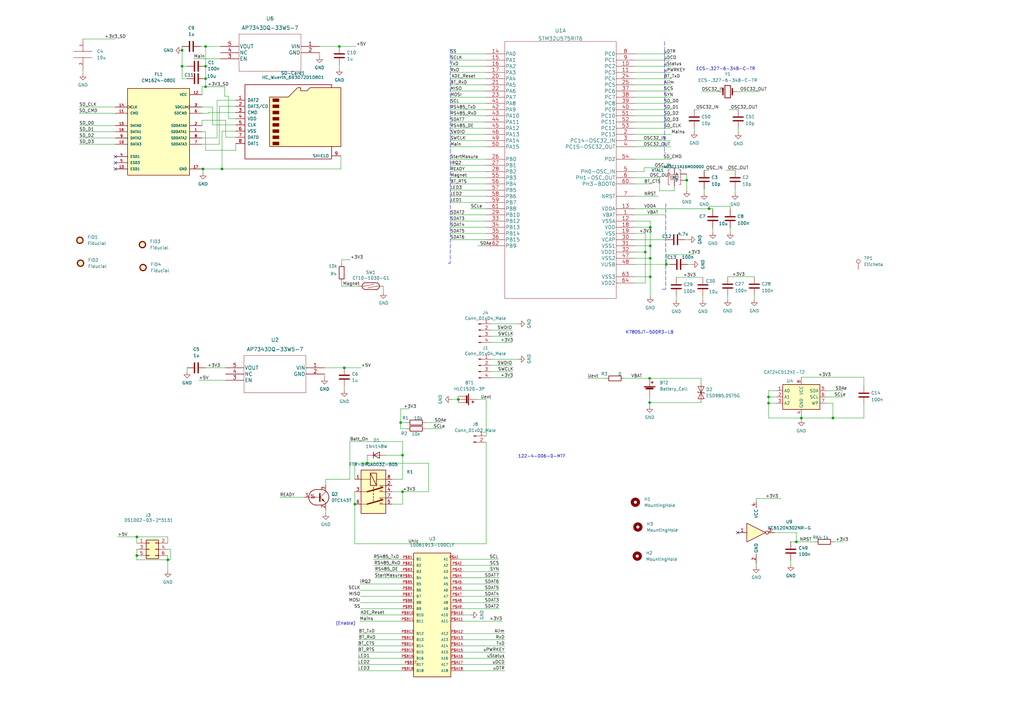
<source format=kicad_sch>
(kicad_sch (version 20211123) (generator eeschema)
  (paper "A3")
  (title_block (title "CPU ") (rev "4.0") (company "Delta Electronics SRL"))
  (junction (at 266.7 113.538))
  (junction (at 164.3126 173.3042))
  (junction (at 266.446 155.194))
  (junction (at 165.1 186.69))
  (junction (at 281.686 73.914))
  (junction (at 315.214 165.354))
  (junction (at 273.304 108.458))
  (junction (at 145.542 206.756))
  (junction (at 290.83 85.598))
  (junction (at 141.224 150.876))
  (junction (at 84.328 19.05))
  (junction (at 341.63 171.45))
  (junction (at 91.059 69.2912))
  (junction (at 315.214 162.814))
  (junction (at 74.676 27.178))
  (junction (at 187.96 163.83))
  (junction (at 68.834 229.616))
  (junction (at 83.2612 69.2912))
  (junction (at 326.644 222.25))
  (junction (at 74.676 20.6502))
  (junction (at 150.622 189.992))
  (junction (at 56.134 227.838))
  (junction (at 328.676 171.45))
  (junction (at 266.7 105.918))
  (junction (at 84.328 32.258))
  (junction (at 84.328 35.56))
  (junction (at 264.668 103.378))
  (junction (at 266.7 93.218))
  (junction (at 84.328 27.178))
  (junction (at 165.1 201.676))
  (junction (at 139.192 19.05))
  (junction (at 266.7 100.838))
  (junction (at 266.446 165.1))
  (junction (at 56.134 220.218))
  (no_connect (at 47.2948 69.2912))
  (no_connect (at 454.66 81.28))
  (no_connect (at 302.514 218.44))
  (no_connect (at 47.2948 66.7512))
  (no_connect (at 47.2948 64.2112))
  (wire (pts (xy 81.534 155.956) (xy 92.456 155.956)))
  (polyline (pts (xy 184.658 107.95) (xy 183.896 107.95)))
  (wire (pts (xy 56.134 222.758) (xy 56.134 220.218)))
  (wire (pts (xy 47.2948 46.4312) (xy 32.4104 46.4312)))
  (wire (pts (xy 310.134 231.14) (xy 310.134 232.41)))
  (wire (pts (xy 68.834 229.616) (xy 68.834 234.188)))
  (wire (pts (xy 189.992 234.442) (xy 204.724 234.442)))
  (wire (pts (xy 89.8906 59.1312) (xy 89.8906 43.6118)))
  (wire (pts (xy 140.1318 106.5022) (xy 140.1318 108.0516)))
  (wire (pts (xy 260.35 93.218) (xy 266.7 93.218)))
  (wire (pts (xy 309.372 121.158) (xy 309.372 122.936)))
  (wire (pts (xy 164.3126 175.8442) (xy 166.8526 175.8442)))
  (wire (pts (xy 189.992 254.762) (xy 205.994 254.762)))
  (wire (pts (xy 338.836 162.814) (xy 345.694 162.814)))
  (wire (pts (xy 184.658 67.818) (xy 199.39 67.818)))
  (wire (pts (xy 184.658 98.298) (xy 199.39 98.298)))
  (wire (pts (xy 288.798 69.85) (xy 290.83 69.85)))
  (wire (pts (xy 145.542 189.992) (xy 145.542 196.596)))
  (wire (pts (xy 84.328 35.56) (xy 92.1766 35.56)))
  (wire (pts (xy 324.3326 222.25) (xy 326.644 222.25)))
  (wire (pts (xy 201.422 140.462) (xy 210.058 140.462)))
  (wire (pts (xy 315.214 165.354) (xy 318.516 165.354)))
  (wire (pts (xy 260.35 100.838) (xy 266.7 100.838)))
  (wire (pts (xy 165.1 196.596) (xy 160.782 196.596)))
  (wire (pts (xy 345.7702 160.2232) (xy 345.7702 160.274)))
  (polyline (pts (xy 271.526 118.618) (xy 273.05 118.618)))
  (wire (pts (xy 199.39 223.012) (xy 199.39 181.356)))
  (wire (pts (xy 184.658 47.498) (xy 199.39 47.498)))
  (wire (pts (xy 89.027 41.0718) (xy 96.647 41.0718)))
  (wire (pts (xy 284.734 44.958) (xy 286.766 44.958)))
  (wire (pts (xy 273.304 108.458) (xy 274.574 108.458)))
  (wire (pts (xy 93.726 39.4462) (xy 92.1766 39.4462)))
  (wire (pts (xy 315.214 160.274) (xy 315.214 162.814)))
  (wire (pts (xy 201.422 135.382) (xy 210.058 135.382)))
  (wire (pts (xy 277.368 121.412) (xy 277.368 123.19)))
  (wire (pts (xy 315.214 165.354) (xy 315.214 171.45)))
  (wire (pts (xy 354.33 158.242) (xy 354.33 154.686)))
  (wire (pts (xy 82.8548 54.0512) (xy 84.3026 54.0512)))
  (wire (pts (xy 153.162 229.362) (xy 164.592 229.362)))
  (wire (pts (xy 204.724 231.902) (xy 189.992 231.902)))
  (wire (pts (xy 275.082 60.198) (xy 260.35 60.198)))
  (wire (pts (xy 199.39 93.218) (xy 184.658 93.218)))
  (wire (pts (xy 96.647 61.6712) (xy 96.647 58.8518)))
  (wire (pts (xy 184.658 70.358) (xy 199.39 70.358)))
  (wire (pts (xy 275.082 27.178) (xy 260.35 27.178)))
  (wire (pts (xy 140.1318 117.348) (xy 146.9898 117.348)))
  (wire (pts (xy 150.622 189.992) (xy 175.768 189.992)))
  (wire (pts (xy 133.096 150.876) (xy 141.224 150.876)))
  (wire (pts (xy 158.242 186.69) (xy 165.1 186.69)))
  (wire (pts (xy 92.6084 49.3522) (xy 82.8548 49.3522)))
  (wire (pts (xy 326.644 222.25) (xy 334.264 222.25)))
  (wire (pts (xy 275.082 57.658) (xy 260.35 57.658)))
  (wire (pts (xy 341.63 165.354) (xy 338.836 165.354)))
  (wire (pts (xy 241.046 155.194) (xy 248.412 155.194)))
  (wire (pts (xy 266.7 90.678) (xy 266.7 93.218)))
  (wire (pts (xy 147.828 247.142) (xy 164.592 247.142)))
  (wire (pts (xy 82.8548 69.2912) (xy 83.2612 69.2912)))
  (wire (pts (xy 315.214 162.814) (xy 318.516 162.814)))
  (wire (pts (xy 184.658 24.638) (xy 199.39 24.638)))
  (wire (pts (xy 32.512 51.5112) (xy 47.2948 51.5112)))
  (polyline (pts (xy 183.896 107.95) (xy 183.896 107.95)))
  (wire (pts (xy 260.35 113.538) (xy 266.7 113.538)))
  (wire (pts (xy 187.452 229.362) (xy 204.47 229.362)))
  (wire (pts (xy 189.992 252.222) (xy 193.04 252.222)))
  (wire (pts (xy 164.3126 173.3042) (xy 166.8526 173.3042)))
  (wire (pts (xy 164.3126 173.3042) (xy 164.3126 175.8442)))
  (wire (pts (xy 290.83 84.582) (xy 290.83 85.598)))
  (wire (pts (xy 133.096 153.416) (xy 133.096 155.0162)))
  (wire (pts (xy 275.082 42.418) (xy 260.35 42.418)))
  (wire (pts (xy 145.542 206.756) (xy 145.542 223.012)))
  (wire (pts (xy 84.328 32.258) (xy 84.328 35.56)))
  (wire (pts (xy 275.082 47.498) (xy 260.35 47.498)))
  (wire (pts (xy 147.828 244.602) (xy 164.592 244.602)))
  (wire (pts (xy 189.992 244.602) (xy 204.724 244.602)))
  (wire (pts (xy 199.39 88.138) (xy 184.658 88.138)))
  (wire (pts (xy 354.33 165.862) (xy 354.33 171.45)))
  (wire (pts (xy 82.8548 56.5912) (xy 89.027 56.5912)))
  (wire (pts (xy 260.35 50.038) (xy 275.082 50.038)))
  (wire (pts (xy 74.676 27.178) (xy 76.708 27.178)))
  (wire (pts (xy 287.528 164.846) (xy 287.528 165.1)))
  (wire (pts (xy 76.708 32.258) (xy 74.676 32.258)))
  (wire (pts (xy 160.782 201.676) (xy 165.1 201.676)))
  (wire (pts (xy 297.688 69.85) (xy 301.498 69.85)))
  (wire (pts (xy 141.224 158.496) (xy 141.224 160.0962)))
  (wire (pts (xy 266.446 162.814) (xy 266.446 165.1)))
  (wire (pts (xy 193.04 85.598) (xy 199.39 85.598)))
  (wire (pts (xy 328.676 155.194) (xy 328.676 154.686)))
  (wire (pts (xy 287.528 165.1) (xy 266.446 165.1)))
  (wire (pts (xy 74.676 19.05) (xy 74.676 20.6502)))
  (wire (pts (xy 34.036 16.002) (xy 47.244 16.002)))
  (wire (pts (xy 184.658 57.658) (xy 199.39 57.658)))
  (wire (pts (xy 292.354 93.472) (xy 292.354 95.25)))
  (wire (pts (xy 201.422 152.4) (xy 210.058 152.4)))
  (wire (pts (xy 56.134 229.616) (xy 68.834 229.616)))
  (wire (pts (xy 85.598 46.1518) (xy 85.598 46.4312)))
  (wire (pts (xy 147.828 252.222) (xy 164.592 252.222)))
  (wire (pts (xy 184.658 72.898) (xy 199.39 72.898)))
  (wire (pts (xy 264.668 116.078) (xy 264.668 103.378)))
  (wire (pts (xy 287.528 155.194) (xy 287.528 157.226)))
  (wire (pts (xy 74.676 27.178) (xy 74.676 32.258)))
  (wire (pts (xy 275.336 65.278) (xy 260.35 65.278)))
  (wire (pts (xy 164.3126 167.6908) (xy 167.7924 167.6908)))
  (wire (pts (xy 84.3026 54.0512) (xy 84.3026 61.6712)))
  (wire (pts (xy 184.658 95.758) (xy 199.39 95.758)))
  (wire (pts (xy 96.647 46.1518) (xy 85.598 46.1518)))
  (wire (pts (xy 146.812 267.462) (xy 164.592 267.462)))
  (wire (pts (xy 273.304 108.458) (xy 273.304 104.394)))
  (wire (pts (xy 195.58 163.83) (xy 199.39 163.83)))
  (wire (pts (xy 260.35 85.598) (xy 290.83 85.598)))
  (wire (pts (xy 164.3126 167.6908) (xy 164.3126 173.3042)))
  (wire (pts (xy 147.574 254.762) (xy 164.592 254.762)))
  (wire (pts (xy 260.35 32.258) (xy 275.336 32.258)))
  (polyline (pts (xy 272.542 17.018) (xy 272.542 62.738)))
  (wire (pts (xy 260.35 88.138) (xy 273.05 88.138)))
  (wire (pts (xy 266.7 100.838) (xy 266.7 105.918)))
  (wire (pts (xy 184.658 80.518) (xy 199.39 80.518)))
  (wire (pts (xy 174.4726 173.3042) (xy 181.4068 173.3042)))
  (wire (pts (xy 84.328 27.178) (xy 84.328 32.258)))
  (wire (pts (xy 341.884 222.25) (xy 345.6432 222.25)))
  (wire (pts (xy 153.67 236.982) (xy 164.592 236.982)))
  (wire (pts (xy 310.134 205.74) (xy 310.134 204.47)))
  (wire (pts (xy 184.658 90.678) (xy 199.39 90.678)))
  (wire (pts (xy 275.082 24.638) (xy 260.35 24.638)))
  (wire (pts (xy 48.26 220.218) (xy 56.134 220.218)))
  (wire (pts (xy 89.027 56.5912) (xy 89.027 41.0718)))
  (wire (pts (xy 326.644 218.44) (xy 326.644 222.25)))
  (wire (pts (xy 184.658 83.058) (xy 199.39 83.058)))
  (wire (pts (xy 184.658 34.798) (xy 199.39 34.798)))
  (wire (pts (xy 139.192 26.67) (xy 139.192 28.2702)))
  (wire (pts (xy 82.8548 49.3522) (xy 82.8548 51.5112)))
  (wire (pts (xy 141.224 150.876) (xy 148.082 150.876)))
  (wire (pts (xy 184.658 65.278) (xy 199.39 65.278)))
  (wire (pts (xy 32.4866 56.5912) (xy 47.2948 56.5912)))
  (wire (pts (xy 338.836 160.274) (xy 345.7702 160.274)))
  (wire (pts (xy 315.214 171.45) (xy 328.676 171.45)))
  (wire (pts (xy 84.328 150.876) (xy 92.456 150.876)))
  (wire (pts (xy 260.35 72.898) (xy 270.51 72.898)))
  (wire (pts (xy 91.059 53.7718) (xy 91.059 69.2912)))
  (wire (pts (xy 96.647 51.2318) (xy 87.1728 51.2318)))
  (wire (pts (xy 189.992 275.082) (xy 207.01 275.082)))
  (wire (pts (xy 187.96 163.83) (xy 185.166 163.83)))
  (wire (pts (xy 143.51 181.102) (xy 143.51 196.596)))
  (wire (pts (xy 147.066 262.382) (xy 164.592 262.382)))
  (wire (pts (xy 287.782 37.592) (xy 294.64 37.592)))
  (wire (pts (xy 189.992 272.542) (xy 207.01 272.542)))
  (wire (pts (xy 270.51 78.232) (xy 276.606 78.232)))
  (wire (pts (xy 266.7 93.218) (xy 266.7 100.838)))
  (wire (pts (xy 299.466 85.852) (xy 299.466 84.582)))
  (wire (pts (xy 299.466 84.582) (xy 290.83 84.582)))
  (wire (pts (xy 201.422 132.842) (xy 212.598 132.842)))
  (wire (pts (xy 264.16 70.358) (xy 264.16 68.834)))
  (wire (pts (xy 260.35 103.378) (xy 264.668 103.378)))
  (wire (pts (xy 82.8548 59.1312) (xy 89.8906 59.1312)))
  (wire (pts (xy 264.668 95.758) (xy 264.668 103.378)))
  (wire (pts (xy 87.1728 43.8912) (xy 82.8548 43.8912)))
  (wire (pts (xy 184.658 27.178) (xy 199.39 27.178)))
  (wire (pts (xy 199.39 32.258) (xy 184.658 32.258)))
  (wire (pts (xy 56.134 225.298) (xy 56.134 227.838)))
  (wire (pts (xy 282.194 108.458) (xy 283.718 108.458)))
  (wire (pts (xy 74.676 20.6502) (xy 74.676 27.178)))
  (wire (pts (xy 133.604 209.042) (xy 133.604 210.566)))
  (wire (pts (xy 301.498 77.47) (xy 301.498 79.248)))
  (wire (pts (xy 260.35 70.358) (xy 264.16 70.358)))
  (wire (pts (xy 275.082 44.958) (xy 260.35 44.958)))
  (wire (pts (xy 181.4068 173.2534) (xy 181.4068 173.3042)))
  (wire (pts (xy 47.2948 59.1312) (xy 32.5374 59.1312)))
  (wire (pts (xy 87.1728 51.2318) (xy 87.1728 43.8912)))
  (wire (pts (xy 275.082 22.098) (xy 260.35 22.098)))
  (wire (pts (xy 184.658 52.578) (xy 199.39 52.578)))
  (wire (pts (xy 68.834 227.838) (xy 68.834 229.616)))
  (wire (pts (xy 277.368 113.792) (xy 288.29 113.792)))
  (wire (pts (xy 315.214 162.814) (xy 315.214 165.354)))
  (wire (pts (xy 204.724 236.982) (xy 189.992 236.982)))
  (wire (pts (xy 139.827 63.9318) (xy 139.827 69.2912)))
  (wire (pts (xy 290.83 85.598) (xy 292.354 85.598)))
  (wire (pts (xy 89.8906 43.6118) (xy 96.647 43.6118)))
  (wire (pts (xy 260.35 80.518) (xy 270.002 80.518)))
  (wire (pts (xy 157.226 119.888) (xy 157.1498 117.348)))
  (wire (pts (xy 189.992 270.002) (xy 207.01 270.002)))
  (wire (pts (xy 34.036 28.702) (xy 34.036 30.3022)))
  (wire (pts (xy 302.768 52.578) (xy 302.768 54.356)))
  (wire (pts (xy 184.658 55.118) (xy 199.39 55.118)))
  (wire (pts (xy 260.35 108.458) (xy 273.304 108.458)))
  (wire (pts (xy 184.658 39.878) (xy 199.39 39.878)))
  (wire (pts (xy 69.85 225.298) (xy 69.85 229.616)))
  (wire (pts (xy 204.724 239.522) (xy 189.992 239.522)))
  (wire (pts (xy 275.082 34.798) (xy 260.35 34.798)))
  (wire (pts (xy 96.647 48.6918) (xy 93.726 48.6918)))
  (wire (pts (xy 266.446 155.194) (xy 287.528 155.194)))
  (wire (pts (xy 184.658 50.038) (xy 199.39 50.038)))
  (wire (pts (xy 93.726 48.6918) (xy 93.726 39.4462)))
  (wire (pts (xy 133.604 196.596) (xy 133.604 198.882)))
  (wire (pts (xy 145.542 189.992) (xy 150.622 189.992)))
  (polyline (pts (xy 184.658 20.066) (xy 184.658 107.95)))
  (polyline (pts (xy 272.542 62.738) (xy 273.05 62.738)))
  (wire (pts (xy 207.01 267.462) (xy 189.992 267.462)))
  (wire (pts (xy 85.598 46.4312) (xy 82.8548 46.4312)))
  (wire (pts (xy 341.63 171.45) (xy 341.63 165.354)))
  (wire (pts (xy 318.516 160.274) (xy 315.214 160.274)))
  (wire (pts (xy 184.658 60.198) (xy 199.39 60.198)))
  (wire (pts (xy 69.85 229.616) (xy 68.834 229.616)))
  (wire (pts (xy 79.502 24.13) (xy 90.424 24.13)))
  (wire (pts (xy 298.45 121.158) (xy 298.45 122.936)))
  (wire (pts (xy 280.924 98.298) (xy 282.448 98.298)))
  (wire (pts (xy 260.35 37.338) (xy 275.082 37.338)))
  (wire (pts (xy 201.422 147.32) (xy 212.598 147.32)))
  (wire (pts (xy 76.708 150.876) (xy 76.708 152.4762)))
  (wire (pts (xy 165.1 181.102) (xy 143.51 181.102)))
  (wire (pts (xy 302.26 37.592) (xy 311.404 37.592)))
  (wire (pts (xy 82.296 19.05) (xy 84.328 19.05)))
  (wire (pts (xy 266.7 105.918) (xy 266.7 113.538)))
  (wire (pts (xy 310.134 204.47) (xy 320.294 204.47)))
  (wire (pts (xy 140.1318 106.5022) (xy 143.6878 106.5022)))
  (wire (pts (xy 201.422 137.922) (xy 210.058 137.922)))
  (wire (pts (xy 324.3326 229.87) (xy 324.3326 231.5718)))
  (wire (pts (xy 184.658 29.718) (xy 199.39 29.718)))
  (wire (pts (xy 189.992 249.682) (xy 204.724 249.682)))
  (wire (pts (xy 270.51 72.898) (xy 270.51 78.232)))
  (wire (pts (xy 32.512 54.0512) (xy 47.2948 54.0512)))
  (wire (pts (xy 146.812 275.082) (xy 164.592 275.082)))
  (wire (pts (xy 184.658 22.098) (xy 199.39 22.098)))
  (wire (pts (xy 147.828 249.682) (xy 164.592 249.682)))
  (wire (pts (xy 260.35 55.118) (xy 275.336 55.118)))
  (wire (pts (xy 160.782 206.756) (xy 165.1 206.756)))
  (wire (pts (xy 56.134 220.218) (xy 68.834 220.218)))
  (wire (pts (xy 199.39 75.438) (xy 184.658 75.438)))
  (wire (pts (xy 354.33 171.45) (xy 341.63 171.45)))
  (wire (pts (xy 140.1318 115.6716) (xy 140.1318 117.348)))
  (wire (pts (xy 204.724 242.062) (xy 189.992 242.062)))
  (wire (pts (xy 275.082 29.718) (xy 260.35 29.718)))
  (wire (pts (xy 328.676 170.434) (xy 328.676 171.45)))
  (wire (pts (xy 82.8548 38.8112) (xy 82.8548 35.56)))
  (wire (pts (xy 146.812 272.542) (xy 167.132 272.542)))
  (wire (pts (xy 84.328 19.05) (xy 84.328 27.178)))
  (wire (pts (xy 153.416 231.902) (xy 164.592 231.902)))
  (wire (pts (xy 273.304 104.394) (xy 284.734 104.394)))
  (wire (pts (xy 139.192 19.05) (xy 146.05 19.05)))
  (wire (pts (xy 298.958 44.958) (xy 302.768 44.958)))
  (wire (pts (xy 90.424 19.05) (xy 84.328 19.05)))
  (wire (pts (xy 260.35 105.918) (xy 266.7 105.918)))
  (wire (pts (xy 56.134 227.838) (xy 56.134 229.616)))
  (wire (pts (xy 266.7 113.538) (xy 266.7 121.666)))
  (wire (pts (xy 281.686 71.374) (xy 281.686 73.914)))
  (wire (pts (xy 165.1 201.676) (xy 175.768 201.676)))
  (wire (pts (xy 153.67 234.442) (xy 164.592 234.442)))
  (wire (pts (xy 260.35 98.298) (xy 273.304 98.298)))
  (wire (pts (xy 275.082 52.578) (xy 260.35 52.578)))
  (wire (pts (xy 92.6084 56.3118) (xy 92.6084 49.3522)))
  (wire (pts (xy 165.1 181.102) (xy 165.1 186.69)))
  (wire (pts (xy 317.754 218.44) (xy 326.644 218.44)))
  (wire (pts (xy 145.542 201.676) (xy 145.542 206.756)))
  (wire (pts (xy 92.1766 39.4462) (xy 92.1766 35.56)))
  (wire (pts (xy 298.45 113.538) (xy 309.372 113.538)))
  (wire (pts (xy 264.16 68.834) (xy 276.606 68.834)))
  (wire (pts (xy 114.808 203.962) (xy 124.714 203.962)))
  (wire (pts (xy 275.082 39.878) (xy 260.35 39.878)))
  (wire (pts (xy 146.812 270.002) (xy 164.592 270.002)))
  (wire (pts (xy 68.834 225.298) (xy 69.85 225.298)))
  (wire (pts (xy 184.658 77.978) (xy 199.39 77.978)))
  (wire (pts (xy 184.658 37.338) (xy 199.39 37.338)))
  (wire (pts (xy 83.2612 69.2912) (xy 83.2612 70.8914)))
  (wire (pts (xy 276.606 78.232) (xy 276.606 76.454)))
  (wire (pts (xy 207.01 262.382) (xy 189.992 262.382)))
  (wire (pts (xy 204.724 247.142) (xy 189.992 247.142)))
  (wire (pts (xy 299.466 93.472) (xy 299.466 95.25)))
  (wire (pts (xy 147.828 242.062) (xy 164.592 242.062)))
  (wire (pts (xy 328.676 171.45) (xy 341.63 171.45)))
  (wire (pts (xy 288.798 77.47) (xy 288.798 79.248)))
  (wire (pts (xy 150.622 186.69) (xy 150.622 189.992)))
  (wire (pts (xy 266.446 165.1) (xy 266.446 166.624)))
  (wire (pts (xy 201.422 149.86) (xy 210.058 149.86)))
  (wire (pts (xy 146.812 264.922) (xy 164.592 264.922)))
  (wire (pts (xy 131.064 21.59) (xy 131.064 23.1902)))
  (wire (pts (xy 281.686 73.914) (xy 281.686 78.232)))
  (wire (pts (xy 207.01 259.842) (xy 189.992 259.842)))
  (wire (pts (xy 260.35 90.678) (xy 266.7 90.678)))
  (wire (pts (xy 84.3026 61.6712) (xy 96.647 61.6712)))
  (wire (pts (xy 292.354 85.598) (xy 292.354 85.852)))
  (wire (pts (xy 260.35 95.758) (xy 264.668 95.758)))
  (wire (pts (xy 96.647 53.7718) (xy 91.059 53.7718)))
  (wire (pts (xy 260.35 75.438) (xy 267.462 75.438)))
  (wire (pts (xy 328.676 154.686) (xy 354.33 154.686)))
  (polyline (pts (xy 273.05 83.566) (xy 273.05 118.618)))
  (wire (pts (xy 82.8548 35.56) (xy 84.328 35.56)))
  (wire (pts (xy 201.422 154.94) (xy 210.058 154.94)))
  (wire (pts (xy 68.834 220.218) (xy 68.834 222.758)))
  (wire (pts (xy 187.96 162.56) (xy 187.96 163.83)))
  (wire (pts (xy 139.827 69.2912) (xy 91.059 69.2912)))
  (wire (pts (xy 147.066 259.842) (xy 164.592 259.842)))
  (wire (pts (xy 165.1 206.756) (xy 165.1 201.676)))
  (wire (pts (xy 184.658 42.418) (xy 199.39 42.418)))
  (wire (pts (xy 187.96 163.83) (xy 187.96 165.1)))
  (wire (pts (xy 32.4866 43.8912) (xy 47.2948 43.8912)))
  (wire (pts (xy 147.574 239.522) (xy 164.592 239.522)))
  (wire (pts (xy 199.39 163.83) (xy 199.39 178.816)))
  (wire (pts (xy 165.1 186.69) (xy 165.1 196.596)))
  (wire (pts (xy 131.064 19.05) (xy 139.192 19.05)))
  (wire (pts (xy 266.446 155.194) (xy 256.032 155.194)))
  (wire (pts (xy 207.01 264.922) (xy 189.992 264.922)))
  (wire (pts (xy 175.768 201.676) (xy 175.768 189.992)))
  (wire (pts (xy 133.604 196.596) (xy 143.51 196.596)))
  (wire (pts (xy 328.676 171.45) (xy 328.676 172.1358)))
  (wire (pts (xy 174.4726 175.8442) (xy 181.3306 175.8442)))
  (wire (pts (xy 284.734 52.578) (xy 284.734 54.102)))
  (wire (pts (xy 199.39 44.958) (xy 184.658 44.958)))
  (wire (pts (xy 96.647 56.3118) (xy 92.6084 56.3118)))
  (wire (pts (xy 145.542 223.012) (xy 199.39 223.012)))
  (wire (pts (xy 288.29 121.412) (xy 288.29 123.19)))
  (wire (pts (xy 91.059 69.2912) (xy 83.2612 69.2912)))
  (wire (pts (xy 260.35 116.078) (xy 264.668 116.078)))
  (wire (pts (xy 195.834 100.838) (xy 199.39 100.838)))
  (text "ECS-.327-6-34B-C-TR" (at 285.496 29.1084 0) (effects (font (size 1.27 1.27)) (justify left bottom)))
  (text "K7805JT-500R3-LB" (at 256.54 137.16 0) (effects (font (size 1.27 1.27)) (justify left bottom)))
  (text "(Enable)" (at 137.668 256.54 0) (effects (font (size 1.27 1.27)) (justify left bottom)))
  (text "122-4-006-0-MTF" (at 212.4202 188.0108 0) (effects (font (size 1.27 1.27)) (justify left bottom)))
  (label "Uext" (at 241.046 155.194 0))
  (label "Mains" (at 275.336 55.118 0))
  (label "OSC_OUT" (at 266.446 72.898 0))
  (label "SD_D2" (at 272.288 47.498 0))
  (label "SDAe" (at 196.85 100.838 0))
  (label "Batt_On" (at 143.51 181.102 0))
  (label "OSC32_IN" (at 287.782 37.592 0))
  (label "OSC32_IN" (at 285.496 44.958 0))
  (label "SD_D0" (at 32.512 51.5112 0))
  (label "NRST" (at 264.16 80.518 0))
  (label "ADE_Reset" (at 147.828 252.222 0))
  (label "RS485_DE" (at 153.67 234.442 0))
  (label "RxD" (at 184.658 29.718 0))
  (label "SDAT5" (at 204.724 242.062 180))
  (label "OSC32_OUT" (at 303.53 37.592 0))
  (label "OSC32_OUT" (at 263.906 60.198 0))
  (label "SDAT4" (at 184.658 93.218 0))
  (label "LED3" (at 184.658 77.978 0))
  (label "SDAT6" (at 184.658 98.298 0))
  (label "RS485_TxD" (at 184.658 44.958 0))
  (label "+3V3" (at 335.534 154.686 0))
  (label "OSC_OUT" (at 298.45 69.85 0))
  (label "BT_RTS" (at 146.812 267.462 0))
  (label "SDAe" (at 342.5952 160.274 0))
  (label "TxD" (at 184.658 27.178 0))
  (label "uDTR" (at 272.288 22.098 0))
  (label "SDAT2" (at 184.658 88.138 0))
  (label "SDAT7" (at 204.724 236.982 180))
  (label "LED1" (at 184.658 83.058 0))
  (label "SDAT7" (at 184.658 50.038 0))
  (label "SDAT4" (at 204.724 244.602 180))
  (label "SCS" (at 272.288 37.338 0))
  (label "+5V" (at 148.082 150.876 0))
  (label "SWDIO" (at 203.962 135.382 0))
  (label "BT_TxD" (at 147.066 259.842 0))
  (label "LED2" (at 184.658 80.518 0))
  (label "VBAT" (at 265.43 88.138 0))
  (label "VDDA" (at 264.16 85.598 0))
  (label "SCL" (at 204.47 229.362 180))
  (label "+3V3" (at 280.162 113.792 0))
  (label "SWCLK" (at 204.216 152.4 0))
  (label "uPWRKEY" (at 272.288 29.718 0))
  (label "Uext" (at 197.104 163.83 0))
  (label "SD_CMD" (at 32.4104 46.4312 0))
  (label "VBAT" (at 258.826 155.194 0))
  (label "uPWRKEY" (at 207.01 267.462 180))
  (label "SWDIO" (at 184.658 55.118 0))
  (label "Magnet" (at 140.6398 117.348 0))
  (label "SCL" (at 184.658 42.418 0))
  (label "SDAT3" (at 204.724 247.142 180))
  (label "LED1" (at 146.812 270.002 0))
  (label "LED3" (at 146.812 275.082 0))
  (label "SCLe" (at 177.7746 175.8442 0))
  (label "IRQ2" (at 184.658 67.818 0))
  (label "ADE_Reset" (at 185.166 32.258 0))
  (label "SWDIO" (at 203.962 149.86 0))
  (label "StartMasura" (at 153.67 236.982 0))
  (label "SWCLK" (at 204.216 137.922 0))
  (label "uStatus" (at 272.288 27.178 0))
  (label "MOSI" (at 184.658 39.878 0))
  (label "OSC32_IN" (at 263.906 57.658 0))
  (label "BT_RxD" (at 147.066 262.382 0))
  (label "BT_CTS" (at 146.812 264.922 0))
  (label "BT_TxD" (at 272.288 32.258 0))
  (label "uDCD" (at 272.288 24.638 0))
  (label "SCLe" (at 193.04 85.598 0))
  (label "SDAT5" (at 184.658 95.758 0))
  (label "Mains" (at 147.574 254.762 0))
  (label "MISO" (at 147.828 244.602 180))
  (label "+3V3" (at 281.94 104.394 0))
  (label "RS485_TxD" (at 153.162 229.362 0))
  (label "NRST" (at 327.9394 222.25 0))
  (label "+3V3" (at 165.1 201.676 0))
  (label "READY" (at 184.658 70.358 0))
  (label "Alim" (at 272.288 34.798 0))
  (label "SDAT2" (at 204.724 249.682 180))
  (label "+3V3_SD" (at 42.926 16.002 0))
  (label "SD_D1" (at 32.512 54.0512 0))
  (label "SD_D3" (at 272.288 50.038 0))
  (label "SD_CLK" (at 32.4866 43.8912 0))
  (label "OSC_IN" (at 268.478 68.834 0))
  (label "RS485_RxD" (at 184.658 47.498 0))
  (label "uDTR" (at 207.01 275.082 180))
  (label "SS" (at 147.828 249.682 180))
  (label "BT_RTS" (at 184.658 75.438 0))
  (label "SDAT3" (at 184.658 90.678 0))
  (label "RxD" (at 207.01 262.382 180))
  (label "TxD" (at 207.01 264.922 180))
  (label "SD_CLK" (at 272.288 52.578 0))
  (label "SDAe" (at 178.2318 173.3042 0))
  (label "SD_D0" (at 272.288 42.418 0))
  (label "BT_RxD" (at 184.658 34.798 0))
  (label "+3V3" (at 205.232 154.94 0))
  (label "+3V3_SD" (at 85.1154 35.56 0))
  (label "SCLe" (at 342.138 162.814 0))
  (label "+3V3" (at 300.228 113.538 0))
  (label "+3V3" (at 143.6878 106.5022 0))
  (label "+5V" (at 48.26 220.218 0))
  (label "BT_CTS" (at 264.16 75.438 0))
  (label "SD_CMD" (at 272.034 65.278 0))
  (label "StartMasura" (at 184.658 65.278 0))
  (label "Magnet" (at 184.658 72.898 0))
  (label "+5V" (at 81.534 155.956 0))
  (label "RS485_DE" (at 184.658 52.578 0))
  (label "SS" (at 184.658 22.098 0))
  (label "+3V3" (at 205.232 140.462 0))
  (label "+3V3" (at 262.128 95.758 0))
  (label "SD_D3" (at 32.5374 59.1312 0))
  (label "SWCLK" (at 184.658 57.658 0))
  (label "RS485_RxD" (at 153.416 231.902 0))
  (label "LED2" (at 146.812 272.542 0))
  (label "+3V3" (at 165.5064 167.6908 0))
  (label "+3V3" (at 205.994 254.762 180))
  (label "uDCD" (at 207.01 272.542 180))
  (label "MOSI" (at 147.828 247.142 180))
  (label "+5V" (at 146.05 19.05 0))
  (label "+3V3" (at 85.09 150.876 0))
  (label "READY" (at 114.808 203.962 0))
  (label "MISO" (at 184.658 37.338 0))
  (label "SCLK" (at 184.658 24.638 0))
  (label "Main" (at 79.502 24.13 0))
  (label "OSC32_OUT" (at 299.72 44.958 0))
  (label "IRQ2" (at 147.574 239.522 0))
  (label "SDAT6" (at 204.724 239.522 180))
  (label "SD_D1" (at 272.288 44.958 0))
  (label "OSC_IN" (at 289.56 69.85 0))
  (label "SYN" (at 272.288 39.878 0))
  (label "SCLK" (at 147.828 242.062 180))
  (label "Alim" (at 207.01 259.842 180))
  (label "SYN" (at 204.724 234.442 180))
  (label "uStatus" (at 207.01 270.002 180))
  (label "+3V3" (at 342.6968 222.25 0))
  (label "Main" (at 184.658 60.198 0))
  (label "+3V3" (at 313.944 204.47 0))
  (label "Uhlc" (at 167.386 223.012 0))
  (label "SD_D2" (at 32.4866 56.5912 0))
  (label "SCS" (at 204.724 231.902 180))
  (symbol (lib_id "Connector:Micro_SD_Card") (at 119.507 48.6918 0) (unit 1)
    (property "Reference" "SD-Card1" (at 120.142 29.972 0))
    (property "Value" "HC_Wuerth_693072010801" (at 120.142 31.75 0))
    (property "Footprint" "Connector_Card:microSD_HC_Wuerth_693072010801" (effects hide))
    (property "Datasheet" "http://katalog.we-online.de/em/datasheet/693072010801.pdf" (effects hide))
  )
  (symbol (lib_id "power:GND") (at 133.096 155.0162 0) (unit 1)
    (property "Reference" "#PWR010" (effects hide))
    (property "Value" "GND" (at 133.096 159.5787 0))
  )
  (symbol (lib_id "power:GND") (at 328.676 172.1358 0) (unit 1)
    (property "Reference" "#PWR018" (effects hide))
    (property "Value" "GND" (at 328.676 176.6983 0))
  )
  (symbol (lib_id "Device:C") (at 298.45 117.348 0) (unit 1)
    (property "Reference" "C27" (at 301.371 116.4395 0) (effects (justify left)))
    (property "Value" "100n" (at 301.371 119.2146 0) (effects (justify left)))
    (property "Footprint" "Capacitor_SMD:C_0603_1608Metric" (effects hide))
  )
  (symbol (lib_id "Connector:TestPoint") (at 352.044 110.49 0) (unit 1)
    (property "Reference" "TP1" (at 354.33 105.9179 0) (effects (justify left)))
    (property "Value" "Eticheta" (at 354.33 108.4579 0) (effects (justify left)))
    (property "Footprint" "Symbol:Eticheta" (effects hide))
  )
  (symbol (lib_id "Connector:Conn_01x04_Male") (at 196.342 149.86 0) (unit 1)
    (property "Reference" "J1" (at 199.0852 142.7226 0))
    (property "Value" "Conn_01x04_Male" (at 199.0852 145.034 0))
    (property "Footprint" "Connector_PinHeader_2.54mm:A_PinHeader_1x04_P2.54mm_Test" (effects hide))
  )
  (symbol (lib_id "Device:C") (at 80.518 32.258 90) (mirror x) (unit 1)
    (property "Reference" "C11" (at 79.502 30.734 90) (effects (justify left)))
    (property "Value" "10u" (at 88.646 31.242 90) (effects (justify left)))
    (property "Footprint" "Capacitor_SMD:C_1206_3216Metric" (effects hide))
  )
  (symbol (lib_id "Diode:ESD9B5.0ST5G") (at 287.528 161.036 90) (unit 1)
    (property "Reference" "D2" (at 289.56 159.7659 90) (effects (justify right)))
    (property "Value" "ESD9B5.0ST5G" (at 289.56 162.3059 90) (effects (justify right)))
    (property "Footprint" "ESD:SOD-923_ONS" (effects hide))
    (property "Datasheet" "https://www.onsemi.com/pub/Collateral/ESD9B-D.PDF" (effects hide))
  )
  (symbol (lib_id "Device:C") (at 139.192 22.86 0) (unit 1)
    (property "Reference" "C10" (at 142.24 21.5899 0) (effects (justify left)))
    (property "Value" "1u" (at 142.24 24.1299 0) (effects (justify left)))
    (property "Footprint" "Capacitor_SMD:C_0603_1608Metric" (effects hide))
  )
  (symbol (lib_id "Device:C") (at 299.466 89.662 0) (unit 1)
    (property "Reference" "C8" (at 302.387 88.7535 0) (effects (justify left)))
    (property "Value" "100n" (at 302.387 91.5286 0) (effects (justify left)))
    (property "Footprint" "Capacitor_SMD:C_0603_1608Metric" (effects hide))
  )
  (symbol (lib_id "power:GND") (at 298.45 122.936 0) (unit 1)
    (property "Reference" "#PWR0147" (effects hide))
    (property "Value" "GND" (at 298.45 127.4985 0))
  )
  (symbol (lib_id "power:GND") (at 131.064 23.1902 0) (unit 1)
    (property "Reference" "#PWR020" (effects hide))
    (property "Value" "GND" (at 131.064 27.7527 0))
  )
  (symbol (lib_id "Device:C") (at 277.368 117.602 0) (unit 1)
    (property "Reference" "C29" (at 280.289 116.6935 0) (effects (justify left)))
    (property "Value" "100n" (at 280.289 119.4686 0) (effects (justify left)))
    (property "Footprint" "Capacitor_SMD:C_0603_1608Metric" (effects hide))
  )
  (symbol (lib_id "Mechanical:Fiducial") (at 33.02 107.95 0) (unit 1)
    (property "Reference" "FID2" (at 36.068 106.6799 0) (effects (justify left)))
    (property "Value" "Fiducial" (at 36.068 109.2199 0) (effects (justify left)))
    (property "Footprint" "Fiducial:Fiducial_1mm_Mask2mm" (effects hide))
  )
  (symbol (lib_id "Mechanical:MountingHole") (at 261.62 216.154 0) (unit 1)
    (property "Reference" "H3" (at 265.176 214.8839 0) (effects (justify left)))
    (property "Value" "MountingHole" (at 265.176 217.4239 0) (effects (justify left)))
    (property "Footprint" "MountingHole:MountingHole_3.2mm_Simpla" (effects hide))
  )
  (symbol (lib_id "Device:R") (at 170.6626 175.8442 270) (unit 1)
    (property "Reference" "R2" (at 167.132 177.8 90) (effects (justify right)))
    (property "Value" "10k" (at 172.4406 178.0286 90) (effects (justify right)))
    (property "Footprint" "Resistor_SMD:R_0603_1608Metric" (effects hide))
  )
  (symbol (lib_id "Device:C") (at 80.518 27.178 90) (unit 1)
    (property "Reference" "C1" (at 86.614 25.654 90))
    (property "Value" "100n" (at 87.63 28.194 90))
    (property "Footprint" "Capacitor_SMD:C_0603_1608Metric" (effects hide))
  )
  (symbol (lib_id "Device:R") (at 252.222 155.194 270) (unit 1)
    (property "Reference" "R3" (at 249.1994 153.3398 90) (effects (justify right)))
    (property "Value" "0" (at 254.9398 153.416 90) (effects (justify right)))
    (property "Footprint" "Resistor_SMD:R_0603_1608Metric" (effects hide))
  )
  (symbol (lib_id "Connector:Conn_01x02_Male") (at 194.31 178.816 0) (unit 1)
    (property "Reference" "J8" (at 194.945 173.99 0))
    (property "Value" "Conn_01x02_Male" (at 194.945 176.53 0))
    (property "Footprint" "Connector_PinHeader_2.54mm:PinHeader_1x02_P2.54mm_Vertical" (effects hide))
  )
  (symbol (lib_id "STM32U575RIT6:STM32U575RIT6") (at 199.39 22.098 0) (unit 1)
    (property "Reference" "U1" (at 229.87 12.5506 0) (effects (font (size 1.524 1.524))))
    (property "Value" "STM32U575RIT6" (at 229.87 15.8296 0) (effects (font (size 1.524 1.524))))
    (property "Footprint" "Package_QFP:LQFP-64_10x10mm_P0.5mm" (effects hide))
  )
  (symbol (lib_id "power:GND") (at 212.598 147.32 90) (unit 1)
    (property "Reference" "#PWR015" (effects hide))
    (property "Value" "GND" (at 216.9922 147.193 0))
  )
  (symbol (lib_id "Device:Crystal") (at 298.45 37.592 0) (unit 1)
    (property "Reference" "Y1" (at 298.45 30.3784 0))
    (property "Value" "ECS-.327-6-34B-C-TR" (at 298.45 32.9184 0))
    (property "Footprint" "Crystal:Crystal_SMD_EuroQuartz_EQ161-2Pin_3.2x1.5mm" (effects hide))
  )
  (symbol (lib_id "power:GND") (at 139.192 28.2702 0) (unit 1)
    (property "Reference" "#PWR021" (effects hide))
    (property "Value" "GND" (at 139.192 32.8327 0))
  )
  (symbol (lib_id "power:GND") (at 212.598 132.842 90) (unit 1)
    (property "Reference" "#PWR016" (effects hide))
    (property "Value" "GND" (at 216.9922 132.715 0))
  )
  (symbol (lib_id "power:GND") (at 76.708 152.4762 0) (unit 1)
    (property "Reference" "#PWR08" (effects hide))
    (property "Value" "GND" (at 76.708 157.0387 0))
  )
  (symbol (lib_id "Device:C") (at 324.3326 226.06 0) (unit 1)
    (property "Reference" "C49" (at 327.5076 224.7899 0) (effects (justify left)))
    (property "Value" "100n" (at 327.5076 227.3299 0) (effects (justify left)))
    (property "Footprint" "Capacitor_SMD:C_0603_1608Metric" (effects hide))
  )
  (symbol (lib_id "power:GND") (at 309.372 122.936 0) (mirror y) (unit 1)
    (property "Reference" "#PWR0146" (effects hide))
    (property "Value" "GND" (at 309.372 127.4985 0))
  )
  (symbol (lib_id "power:GND") (at 288.29 123.19 0) (mirror y) (unit 1)
    (property "Reference" "#PWR0141" (effects hide))
    (property "Value" "GND" (at 288.29 127.7525 0))
  )
  (symbol (lib_id "Device:R") (at 338.074 222.25 270) (unit 1)
    (property "Reference" "R64" (at 337.1655 220.472 90) (effects (justify right)))
    (property "Value" "1k" (at 339.9406 220.472 90) (effects (justify right)))
    (property "Footprint" "Resistor_SMD:R_0603_1608Metric" (effects hide))
  )
  (symbol (lib_id "power:GND") (at 277.368 123.19 0) (unit 1)
    (property "Reference" "#PWR0142" (effects hide))
    (property "Value" "GND" (at 277.368 127.7525 0))
  )
  (symbol (lib_id "power:GND") (at 266.7 121.666 0) (unit 1)
    (property "Reference" "#PWR0144" (effects hide))
    (property "Value" "GND" (at 266.7 126.2285 0))
  )
  (symbol (lib_id "Device:C") (at 278.384 108.458 90) (unit 1)
    (property "Reference" "C13" (at 277.4755 105.537 90) (effects (justify left)))
    (property "Value" "100n" (at 284.607 105.4608 90) (effects (justify left)))
    (property "Footprint" "Capacitor_SMD:C_0603_1608Metric" (effects hide))
  )
  (symbol (lib_id "power:GND") (at 141.224 160.0962 0) (unit 1)
    (property "Reference" "#PWR011" (effects hide))
    (property "Value" "GND" (at 141.224 164.6587 0))
  )
  (symbol (lib_id "Device:R") (at 170.6626 173.3042 270) (unit 1)
    (property "Reference" "R1" (at 167.64 171.45 90) (effects (justify right)))
    (property "Value" "10k" (at 173.3804 171.5262 90) (effects (justify right)))
    (property "Footprint" "Resistor_SMD:R_0603_1608Metric" (effects hide))
  )
  (symbol (lib_id "power:GND") (at 288.798 79.248 0) (unit 1)
    (property "Reference" "#PWR0149" (effects hide))
    (property "Value" "GND" (at 288.798 83.8105 0))
  )
  (symbol (lib_id "power:GND") (at 157.226 119.888 0) (unit 1)
    (property "Reference" "#PWR012" (effects hide))
    (property "Value" "GND" (at 157.353 124.2822 0))
  )
  (symbol (lib_id "power:GND") (at 185.166 163.83 270) (unit 1)
    (property "Reference" "#PWR06" (effects hide))
    (property "Value" "GND" (at 180.6035 163.83 0))
  )
  (symbol (lib_id "power:GND") (at 283.718 108.458 90) (unit 1)
    (property "Reference" "#PWR0143" (effects hide))
    (property "Value" "GND" (at 288.2805 108.458 0))
  )
  (symbol (lib_id "power:GND") (at 133.604 210.566 0) (unit 1)
    (property "Reference" "#PWR09" (effects hide))
    (property "Value" "GND" (at 133.604 215.1285 0))
  )
  (symbol (lib_id "power:GND") (at 266.446 166.624 0) (unit 1)
    (property "Reference" "#PWR014" (effects hide))
    (property "Value" "GND" (at 266.446 171.1865 0))
  )
  (symbol (lib_id "74xx:XC6120") (at 310.134 218.44 0) (unit 1)
    (property "Reference" "U9" (at 323.6976 213.995 0))
    (property "Value" "XC6120N302NR-G" (at 323.6976 216.535 0))
    (property "Footprint" "Package_TO_SOT_SMD:SC-82AA" (effects hide))
  )
  (symbol (lib_id "power:GND") (at 281.686 78.232 0) (unit 1)
    (property "Reference" "#PWR0150" (effects hide))
    (property "Value" "GND" (at 281.686 82.7945 0))
  )
  (symbol (lib_id "power:GND") (at 299.466 95.25 0) (unit 1)
    (property "Reference" "#PWR0152" (effects hide))
    (property "Value" "GND" (at 299.466 99.8125 0))
  )
  (symbol (lib_id "Connector_Generic:Conn_02x03_Odd_Even") (at 61.214 225.298 0) (unit 1)
    (property "Reference" "J3" (at 60.706 211.328 0))
    (property "Value" "DS1002-03-2*3131" (at 60.96 213.36 0))
    (property "Footprint" "Connector_PinSocket_2.54mm:PinSocket_2x03_P2.54mm_Vertical" (effects hide))
  )
  (symbol (lib_id "Device:C") (at 301.498 73.66 0) (unit 1)
    (property "Reference" "C2" (at 304.419 72.7515 0) (effects (justify left)))
    (property "Value" "10p" (at 304.419 75.5266 0) (effects (justify left)))
    (property "Footprint" "Capacitor_SMD:C_0603_1608Metric" (effects hide))
  )
  (symbol (lib_id "AP7343:AP7343DQ-33W5-7") (at 133.096 150.876 0) (mirror y) (unit 1)
    (property "Reference" "U2" (at 112.776 139.446 0) (effects (font (size 1.524 1.524))))
    (property "Value" "AP7343DQ-33W5-7" (at 112.776 143.256 0) (effects (font (size 1.524 1.524))))
    (property "Footprint" "AP3012KTR-G1:AP3012KTR-G1" (effects hide))
  )
  (symbol (lib_id "power:GND") (at 284.734 54.102 0) (unit 1)
    (property "Reference" "#PWR04" (effects hide))
    (property "Value" "GND" (at 284.734 58.6645 0))
  )
  (symbol (lib_id "Device:R") (at 140.1318 111.8616 0) (unit 1)
    (property "Reference" "R4" (at 138.1506 112.3696 0) (effects (justify right)))
    (property "Value" "10k" (at 138.3538 109.1438 0) (effects (justify right)))
    (property "Footprint" "Resistor_SMD:R_0603_1608Metric" (effects hide))
  )
  (symbol (lib_id "Device:C") (at 277.114 98.298 90) (mirror x) (unit 1)
    (property "Reference" "C12" (at 275.4376 96.9518 90) (effects (justify left)))
    (property "Value" "4,7u" (at 282.3464 95.9358 90) (effects (justify left)))
    (property "Footprint" "Capacitor_SMD:C_1206_3216Metric" (effects hide))
  )
  (symbol (lib_id "power:GND") (at 68.834 234.188 0) (unit 1)
    (property "Reference" "#PWR02" (effects hide))
    (property "Value" "GND" (at 68.834 238.7505 0))
  )
  (symbol (lib_id "Relay:FTR-B4GB003Z-B05") (at 153.162 201.676 0) (unit 1)
    (property "Reference" "K1" (at 168.148 193.548 0))
    (property "Value" "FTR-B4GA003Z-B05" (at 153.162 190.5 0))
    (property "Footprint" "Relay_SMD:Relay_Fujitsu_FTR-B4GA003" (effects hide))
    (property "Datasheet" "https://www.fujitsu.com/downloads/MICRO/fcai/relays/ftr-f1.pdf" (effects hide))
  )
  (symbol (lib_id "Mechanical:Fiducial") (at 58.674 109.728 0) (unit 1)
    (property "Reference" "FID4" (at 61.722 108.4579 0) (effects (justify left)))
    (property "Value" "Fiducial" (at 61.722 110.9979 0) (effects (justify left)))
    (property "Footprint" "Fiducial:Fiducial_1mm_Mask2mm" (effects hide))
  )
  (symbol (lib_id "Device:HLC1520-3P") (at 190.5 163.83 270) (unit 1)
    (property "Reference" "BT1" (at 192.532 156.972 90))
    (property "Value" "HLC1520-3P" (at 192.532 159.512 90))
    (property "Footprint" "Battery:HLC1520-3P" (effects hide))
  )
  (symbol (lib_id "Connector:Conn_01x04_Male") (at 196.342 135.382 0) (unit 1)
    (property "Reference" "J4" (at 199.0852 128.2446 0))
    (property "Value" "Conn_01x04_Male" (at 199.0852 130.556 0))
    (property "Footprint" "Connector_PinHeader_2.54mm:PinHeader_1x04_P2.54mm_Vertical" (effects hide))
  )
  (symbol (lib_id "power:GND") (at 310.134 232.41 0) (unit 1)
    (property "Reference" "#PWR03" (effects hide))
    (property "Value" "GND" (at 310.261 236.8042 0))
  )
  (symbol (lib_id "Device:Battery_Cell") (at 266.446 160.274 0) (unit 1)
    (property "Reference" "BT2" (at 270.51 156.9719 0) (effects (justify left)))
    (property "Value" "Battery_Cell" (at 270.51 159.5119 0) (effects (justify left)))
    (property "Footprint" "Battery:BatteryHolder_Keystone_3002_1x2032" (effects hide))
  )
  (symbol (lib_id "Mechanical:Fiducial") (at 32.766 98.552 0) (unit 1)
    (property "Reference" "FID1" (at 35.814 97.2819 0) (effects (justify left)))
    (property "Value" "Fiducial" (at 35.814 99.8219 0) (effects (justify left)))
    (property "Footprint" "Fiducial:Fiducial_1mm_Mask2mm" (effects hide))
  )
  (symbol (lib_id "power:GND") (at 324.3326 231.5718 0) (unit 1)
    (property "Reference" "#PWR013" (effects hide))
    (property "Value" "GND" (at 324.3326 236.1343 0))
  )
  (symbol (lib_id "Mechanical:Fiducial") (at 58.42 100.33 0) (unit 1)
    (property "Reference" "FID3" (at 61.468 99.0599 0) (effects (justify left)))
    (property "Value" "Fiducial" (at 61.468 101.5999 0) (effects (justify left)))
    (property "Footprint" "Fiducial:Fiducial_1mm_Mask2mm" (effects hide))
  )
  (symbol (lib_id "AP7343:AP7343DQ-33W5-7") (at 131.064 19.05 0) (mirror y) (unit 1)
    (property "Reference" "U6" (at 110.744 7.62 0) (effects (font (size 1.524 1.524))))
    (property "Value" "AP7343DQ-33W5-7" (at 110.744 11.43 0) (effects (font (size 1.524 1.524))))
    (property "Footprint" "AP3012KTR-G1:AP3012KTR-G1" (effects hide))
  )
  (symbol (lib_id "Device:C") (at 288.29 117.602 0) (mirror y) (unit 1)
    (property "Reference" "C30" (at 293.37 115.2906 0) (effects (justify left)))
    (property "Value" "10u" (at 294.4876 119.6594 0) (effects (justify left)))
    (property "Footprint" "Capacitor_SMD:C_1206_3216Metric" (effects hide))
  )
  (symbol (lib_id "power:GND") (at 83.2612 70.8914 0) (unit 1)
    (property "Reference" "#PWR01" (effects hide))
    (property "Value" "GND" (at 83.2612 75.4539 0))
  )
  (symbol (lib_id "Transistor_BJT:DTC143T") (at 131.064 203.962 0) (unit 1)
    (property "Reference" "Q2" (at 135.89 202.6919 0) (effects (justify left)))
    (property "Value" "DTC143T" (at 135.89 205.2319 0) (effects (justify left)))
    (property "Footprint" "Package_TO_SOT_SMD:SOT-23" (effects hide))
  )
  (symbol (lib_id "Memory_EEPROM:CAT24C256") (at 328.676 162.814 0) (unit 1)
    (property "Reference" "U4" (at 322.58 156.21 0) (effects (justify left)))
    (property "Value" "CAT24C512XE-T2" (at 313.182 152.654 0) (effects (justify left)))
    (property "Footprint" "Package_SO:SO-8_3.9x4.9mm_P1.27mm" (effects hide))
    (property "Datasheet" "https://www.onsemi.cn/PowerSolutions/document/CAT24C256-D.PDF" (effects hide))
  )
  (symbol (lib_id "Device:C") (at 80.518 150.876 90) (unit 1)
    (property "Reference" "C5" (at 80.518 143.256 90))
    (property "Value" "1u" (at 80.518 145.796 90))
    (property "Footprint" "Capacitor_SMD:C_0603_1608Metric" (effects hide))
  )
  (symbol (lib_id "ATMEL90:CRYSTAL_FA-") (at 276.606 73.914 90) (unit 1)
    (property "Reference" "XTAL1" (at 272.288 69.85 90) (effects (font (size 1.143 1.143)) (justify left)))
    (property "Value" "403C11A16M00000" (at 288.798 68.3768 90) (effects (font (size 1.143 1.143)) (justify left)))
    (property "Footprint" "Crystal:Crystal_SMD_SeikoEpson_TSX3225-4Pin_3.2x2.5mm" (effects hide))
  )
  (symbol (lib_id "power:GND") (at 34.036 30.3022 0) (unit 1)
    (property "Reference" "#PWR07" (effects hide))
    (property "Value" "GND" (at 34.036 34.8647 0))
  )
  (symbol (lib_id "power:GND") (at 282.448 98.298 90) (mirror x) (unit 1)
    (property "Reference" "#PWR0148" (effects hide))
    (property "Value" "GND" (at 287.0105 98.298 0))
  )
  (symbol (lib_id "Device:C") (at 292.354 89.662 0) (mirror y) (unit 1)
    (property "Reference" "C7" (at 289.433 88.7535 0) (effects (justify left)))
    (property "Value" "10u" (at 298.5516 91.7194 0) (effects (justify left)))
    (property "Footprint" "Capacitor_SMD:C_1206_3216Metric" (effects hide))
  )
  (symbol (lib_id "Device:C") (at 78.486 19.05 90) (unit 1)
    (property "Reference" "C9" (at 78.486 11.43 90))
    (property "Value" "1u" (at 78.486 13.97 90))
    (property "Footprint" "Capacitor_SMD:C_0603_1608Metric" (effects hide))
  )
  (symbol (lib_id "Device:C") (at 288.798 73.66 0) (unit 1)
    (property "Reference" "C3" (at 291.719 72.7515 0) (effects (justify left)))
    (property "Value" "10p" (at 291.719 75.5266 0) (effects (justify left)))
    (property "Footprint" "Capacitor_SMD:C_0603_1608Metric" (effects hide))
  )
  (symbol (lib_id "Device:C") (at 141.224 154.686 0) (unit 1)
    (property "Reference" "C6" (at 144.272 153.4159 0) (effects (justify left)))
    (property "Value" "1u" (at 144.272 155.9559 0) (effects (justify left)))
    (property "Footprint" "Capacitor_SMD:C_0603_1608Metric" (effects hide))
  )
  (symbol (lib_id "Device:C") (at 354.33 162.052 0) (unit 1)
    (property "Reference" "C14" (at 357.251 161.1435 0) (effects (justify left)))
    (property "Value" "100n" (at 357.251 163.9186 0) (effects (justify left)))
    (property "Footprint" "Capacitor_SMD:C_0603_1608Metric" (effects hide))
  )
  (symbol (lib_id "Diode:1N4148W") (at 154.432 186.69 0) (unit 1)
    (property "Reference" "D1" (at 154.432 180.594 0))
    (property "Value" "1N4148W" (at 154.432 183.134 0))
    (property "Footprint" "Diode_SMD:D_SOD-123" (effects hide))
    (property "Datasheet" "https://www.vishay.com/docs/85748/1n4148w.pdf" (effects hide))
  )
  (symbol (lib_id "PCI_MOD:10061913-100CLF") (at 177.292 249.682 0) (mirror y) (unit 1)
    (property "Reference" "U3" (at 177.292 220.98 0))
    (property "Value" "10061913-100CLF" (at 177.292 223.52 0))
    (property "Footprint" "PCI_SMD_MOD:10061913-100CLF" (effects hide))
    (property "MPN" "10061913-100CLF" (effects hide))
    (property "SUPPLIER" "Amphenol FCI" (effects hide))
  )
  (symbol (lib_id "Device:C") (at 309.372 117.348 0) (unit 1)
    (property "Reference" "C28" (at 312.293 116.4395 0) (effects (justify left)))
    (property "Value" "100n" (at 312.293 119.2146 0) (effects (justify left)))
    (property "Footprint" "Capacitor_SMD:C_0603_1608Metric" (effects hide))
  )
  (symbol (lib_id "power:GND") (at 74.676 20.6502 270) (unit 1)
    (property "Reference" "#PWR019" (effects hide))
    (property "Value" "GND" (at 71.12 20.6501 90) (effects (justify right)))
  )
  (symbol (lib_id "Switch:SW_Reed") (at 152.0698 117.348 0) (unit 1)
    (property "Reference" "SW1" (at 152.0698 111.7092 0))
    (property "Value" "CT10-1030-G1" (at 152.146 114.046 0))
    (property "Footprint" "Button_Switch_SMD:SW_SPST_REED_CT10-XXXX-G1" (effects hide))
  )
  (symbol (lib_id "Mechanical:MountingHole") (at 261.366 228.092 0) (unit 1)
    (property "Reference" "H2" (at 264.922 226.8219 0) (effects (justify left)))
    (property "Value" "MountingHole" (at 264.922 229.3619 0) (effects (justify left)))
    (property "Footprint" "MountingHole:MountingHole_3.2mm_Simpla" (effects hide))
  )
  (symbol (lib_id "power:GND") (at 302.768 54.356 0) (unit 1)
    (property "Reference" "#PWR05" (effects hide))
    (property "Value" "GND" (at 302.768 58.9185 0))
  )
  (symbol (lib_id "pspice:C") (at 34.036 22.352 0) (unit 1)
    (property "Reference" "C4" (at 39.6748 21.0819 0) (effects (justify left)))
    (property "Value" "10u" (at 39.6748 23.6219 0) (effects (justify left)))
    (property "Footprint" "Capacitor_SMD:C_1206_3216Metric" (effects hide))
  )
  (symbol (lib_id "Mechanical:MountingHole") (at 260.604 205.994 0) (unit 1)
    (property "Reference" "H1" (at 264.16 204.7239 0) (effects (justify left)))
    (property "Value" "MountingHole" (at 264.16 207.2639 0) (effects (justify left)))
    (property "Footprint" "MountingHole:MountingHole_3.2mm_Simpla" (effects hide))
  )
  (symbol (lib_id "power:GND") (at 301.498 79.248 0) (unit 1)
    (property "Reference" "#PWR0154" (effects hide))
    (property "Value" "GND" (at 301.498 83.8105 0))
  )
  (symbol (lib_id "Device:C") (at 284.734 48.768 0) (unit 1)
    (property "Reference" "C50" (at 287.655 47.8595 0) (effects (justify left)))
    (property "Value" "10p" (at 287.655 50.6346 0) (effects (justify left)))
    (property "Footprint" "Capacitor_SMD:C_0603_1608Metric" (effects hide))
  )
  (symbol (lib_id "Device:C") (at 302.768 48.768 0) (unit 1)
    (property "Reference" "C51" (at 305.689 47.8595 0) (effects (justify left)))
    (property "Value" "10p" (at 305.689 50.6346 0) (effects (justify left)))
    (property "Footprint" "Capacitor_SMD:C_0603_1608Metric" (effects hide))
  )
  (symbol (lib_id "power:GND") (at 193.04 252.222 90) (unit 1)
    (property "Reference" "#PWR017" (effects hide))
    (property "Value" "GND" (at 197.6025 252.222 0))
  )
  (symbol (lib_id "CM1624:CM1624") (at 65.0748 54.0512 0) (unit 1)
    (property "Reference" "FL1" (at 65.0748 30.48 0))
    (property "Value" "CM1624-08DE" (at 65.0748 33.02 0))
    (property "Footprint" "FIL_CM1624" (effects hide))
    (property "MANUFACTURER" "ON Semiconductor" (effects hide))
    (property "PARTREV" "4" (effects hide))
    (property "MAXIMUM_PACKAGE_HEIGHT" "0.55 mm" (effects hide))
    (property "STANDARD" "Manufacturer recommendations" (effects hide))
  )
  (symbol (lib_id "power:GND") (at 292.354 95.25 0) (mirror y) (unit 1)
    (property "Reference" "#PWR0153" (effects hide))
    (property "Value" "GND" (at 292.354 99.8125 0))
  )
)
</source>
